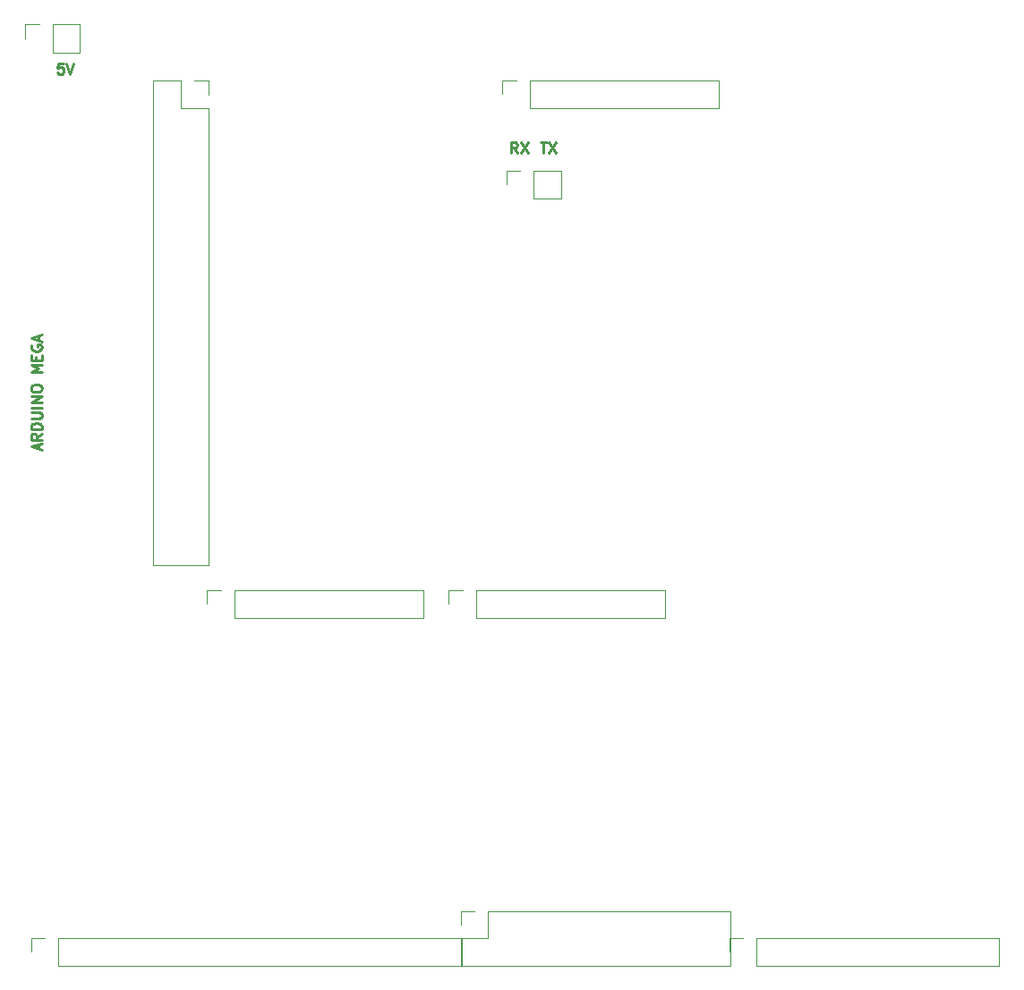
<source format=gbr>
%TF.GenerationSoftware,KiCad,Pcbnew,6.0.11+dfsg-1*%
%TF.CreationDate,2025-10-30T18:12:22+01:00*%
%TF.ProjectId,arduino,61726475-696e-46f2-9e6b-696361645f70,rev?*%
%TF.SameCoordinates,Original*%
%TF.FileFunction,Legend,Top*%
%TF.FilePolarity,Positive*%
%FSLAX46Y46*%
G04 Gerber Fmt 4.6, Leading zero omitted, Abs format (unit mm)*
G04 Created by KiCad (PCBNEW 6.0.11+dfsg-1) date 2025-10-30 18:12:22*
%MOMM*%
%LPD*%
G01*
G04 APERTURE LIST*
%ADD10C,0.250000*%
%ADD11C,0.120000*%
G04 APERTURE END LIST*
D10*
X137033095Y-54189380D02*
X137604523Y-54189380D01*
X137318809Y-55189380D02*
X137318809Y-54189380D01*
X137842619Y-54189380D02*
X138509285Y-55189380D01*
X138509285Y-54189380D02*
X137842619Y-55189380D01*
X89574666Y-83231952D02*
X89574666Y-82755761D01*
X89860380Y-83327190D02*
X88860380Y-82993857D01*
X89860380Y-82660523D01*
X89860380Y-81755761D02*
X89384190Y-82089095D01*
X89860380Y-82327190D02*
X88860380Y-82327190D01*
X88860380Y-81946238D01*
X88908000Y-81851000D01*
X88955619Y-81803380D01*
X89050857Y-81755761D01*
X89193714Y-81755761D01*
X89288952Y-81803380D01*
X89336571Y-81851000D01*
X89384190Y-81946238D01*
X89384190Y-82327190D01*
X89860380Y-81327190D02*
X88860380Y-81327190D01*
X88860380Y-81089095D01*
X88908000Y-80946238D01*
X89003238Y-80851000D01*
X89098476Y-80803380D01*
X89288952Y-80755761D01*
X89431809Y-80755761D01*
X89622285Y-80803380D01*
X89717523Y-80851000D01*
X89812761Y-80946238D01*
X89860380Y-81089095D01*
X89860380Y-81327190D01*
X88860380Y-80327190D02*
X89669904Y-80327190D01*
X89765142Y-80279571D01*
X89812761Y-80231952D01*
X89860380Y-80136714D01*
X89860380Y-79946238D01*
X89812761Y-79851000D01*
X89765142Y-79803380D01*
X89669904Y-79755761D01*
X88860380Y-79755761D01*
X89860380Y-79279571D02*
X88860380Y-79279571D01*
X89860380Y-78803380D02*
X88860380Y-78803380D01*
X89860380Y-78231952D01*
X88860380Y-78231952D01*
X88860380Y-77565285D02*
X88860380Y-77374809D01*
X88908000Y-77279571D01*
X89003238Y-77184333D01*
X89193714Y-77136714D01*
X89527047Y-77136714D01*
X89717523Y-77184333D01*
X89812761Y-77279571D01*
X89860380Y-77374809D01*
X89860380Y-77565285D01*
X89812761Y-77660523D01*
X89717523Y-77755761D01*
X89527047Y-77803380D01*
X89193714Y-77803380D01*
X89003238Y-77755761D01*
X88908000Y-77660523D01*
X88860380Y-77565285D01*
X89860380Y-75946238D02*
X88860380Y-75946238D01*
X89574666Y-75612904D01*
X88860380Y-75279571D01*
X89860380Y-75279571D01*
X89336571Y-74803380D02*
X89336571Y-74470047D01*
X89860380Y-74327190D02*
X89860380Y-74803380D01*
X88860380Y-74803380D01*
X88860380Y-74327190D01*
X88908000Y-73374809D02*
X88860380Y-73470047D01*
X88860380Y-73612904D01*
X88908000Y-73755761D01*
X89003238Y-73851000D01*
X89098476Y-73898619D01*
X89288952Y-73946238D01*
X89431809Y-73946238D01*
X89622285Y-73898619D01*
X89717523Y-73851000D01*
X89812761Y-73755761D01*
X89860380Y-73612904D01*
X89860380Y-73517666D01*
X89812761Y-73374809D01*
X89765142Y-73327190D01*
X89431809Y-73327190D01*
X89431809Y-73517666D01*
X89574666Y-72946238D02*
X89574666Y-72470047D01*
X89860380Y-73041476D02*
X88860380Y-72708142D01*
X89860380Y-72374809D01*
X134834333Y-55189380D02*
X134501000Y-54713190D01*
X134262904Y-55189380D02*
X134262904Y-54189380D01*
X134643857Y-54189380D01*
X134739095Y-54237000D01*
X134786714Y-54284619D01*
X134834333Y-54379857D01*
X134834333Y-54522714D01*
X134786714Y-54617952D01*
X134739095Y-54665571D01*
X134643857Y-54713190D01*
X134262904Y-54713190D01*
X135167666Y-54189380D02*
X135834333Y-55189380D01*
X135834333Y-54189380D02*
X135167666Y-55189380D01*
X91884523Y-46696380D02*
X91408333Y-46696380D01*
X91360714Y-47172571D01*
X91408333Y-47124952D01*
X91503571Y-47077333D01*
X91741666Y-47077333D01*
X91836904Y-47124952D01*
X91884523Y-47172571D01*
X91932142Y-47267809D01*
X91932142Y-47505904D01*
X91884523Y-47601142D01*
X91836904Y-47648761D01*
X91741666Y-47696380D01*
X91503571Y-47696380D01*
X91408333Y-47648761D01*
X91360714Y-47601142D01*
X92217857Y-46696380D02*
X92551190Y-47696380D01*
X92884523Y-46696380D01*
D11*
%TO.C,REF\u002A\u002A*%
X108092000Y-96562000D02*
X125932000Y-96562000D01*
X125932000Y-99222000D02*
X125932000Y-96562000D01*
X108092000Y-99222000D02*
X125932000Y-99222000D01*
X105492000Y-97892000D02*
X105492000Y-96562000D01*
X105492000Y-96562000D02*
X106822000Y-96562000D01*
X108092000Y-99222000D02*
X108092000Y-96562000D01*
%TO.C,5V*%
X90881200Y-43018400D02*
X93481200Y-43018400D01*
X90881200Y-45678400D02*
X93481200Y-45678400D01*
X93481200Y-45678400D02*
X93481200Y-43018400D01*
X90881200Y-45678400D02*
X90881200Y-43018400D01*
X88281200Y-43018400D02*
X89611200Y-43018400D01*
X88281200Y-44348400D02*
X88281200Y-43018400D01*
%TO.C,REF\u002A\u002A*%
X105617000Y-48342000D02*
X105617000Y-49672000D01*
X103017000Y-50942000D02*
X105617000Y-50942000D01*
X105617000Y-50942000D02*
X105617000Y-94182000D01*
X103017000Y-48342000D02*
X103017000Y-50942000D01*
X104287000Y-48342000D02*
X105617000Y-48342000D01*
X100417000Y-94182000D02*
X105617000Y-94182000D01*
X100417000Y-48342000D02*
X103017000Y-48342000D01*
X100417000Y-48342000D02*
X100417000Y-94182000D01*
X136398000Y-59496000D02*
X138998000Y-59496000D01*
X133798000Y-56836000D02*
X135128000Y-56836000D01*
X136398000Y-56836000D02*
X138998000Y-56836000D01*
X138998000Y-59496000D02*
X138998000Y-56836000D01*
X133798000Y-58166000D02*
X133798000Y-56836000D01*
X136398000Y-59496000D02*
X136398000Y-56836000D01*
X130952000Y-96562000D02*
X148792000Y-96562000D01*
X148792000Y-99222000D02*
X148792000Y-96562000D01*
X130952000Y-99222000D02*
X148792000Y-99222000D01*
X128352000Y-97892000D02*
X128352000Y-96562000D01*
X128352000Y-96562000D02*
X129682000Y-96562000D01*
X130952000Y-99222000D02*
X130952000Y-96562000D01*
X129480000Y-132140000D02*
X129480000Y-129540000D01*
X155000000Y-132140000D02*
X155000000Y-126940000D01*
X132080000Y-126940000D02*
X155000000Y-126940000D01*
X132080000Y-129540000D02*
X132080000Y-126940000D01*
X129480000Y-126940000D02*
X130810000Y-126940000D01*
X129480000Y-132140000D02*
X155000000Y-132140000D01*
X129480000Y-129540000D02*
X132080000Y-129540000D01*
X129480000Y-128270000D02*
X129480000Y-126940000D01*
X136032000Y-48302000D02*
X153872000Y-48302000D01*
X153872000Y-50962000D02*
X153872000Y-48302000D01*
X136032000Y-50962000D02*
X153872000Y-50962000D01*
X133432000Y-49632000D02*
X133432000Y-48302000D01*
X133432000Y-48302000D02*
X134762000Y-48302000D01*
X136032000Y-50962000D02*
X136032000Y-48302000D01*
X88840000Y-130810000D02*
X88840000Y-129480000D01*
X91440000Y-132140000D02*
X129600000Y-132140000D01*
X91440000Y-132140000D02*
X91440000Y-129480000D01*
X129600000Y-132140000D02*
X129600000Y-129480000D01*
X88840000Y-129480000D02*
X90170000Y-129480000D01*
X91440000Y-129480000D02*
X129600000Y-129480000D01*
X157480000Y-132140000D02*
X180400000Y-132140000D01*
X154880000Y-129480000D02*
X156210000Y-129480000D01*
X154880000Y-130810000D02*
X154880000Y-129480000D01*
X157480000Y-132140000D02*
X157480000Y-129480000D01*
X180400000Y-132140000D02*
X180400000Y-129480000D01*
X157480000Y-129480000D02*
X180400000Y-129480000D01*
%TD*%
M02*

</source>
